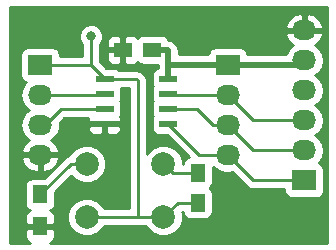
<source format=gtl>
G04 #@! TF.GenerationSoftware,KiCad,Pcbnew,(2017-01-24 revision 0b6147e)-makepkg*
G04 #@! TF.CreationDate,2017-01-29T23:02:28+05:30*
G04 #@! TF.ProjectId,attiny13a,617474696E793133612E6B696361645F,0.1*
G04 #@! TF.FileFunction,Copper,L1,Top,Signal*
G04 #@! TF.FilePolarity,Positive*
%FSLAX46Y46*%
G04 Gerber Fmt 4.6, Leading zero omitted, Abs format (unit mm)*
G04 Created by KiCad (PCBNEW (2017-01-24 revision 0b6147e)-makepkg) date 01/29/17 23:02:28*
%MOMM*%
%LPD*%
G01*
G04 APERTURE LIST*
%ADD10C,0.100000*%
%ADD11C,2.000000*%
%ADD12R,1.550000X0.600000*%
%ADD13R,1.500000X1.250000*%
%ADD14O,2.032000X1.727200*%
%ADD15R,2.032000X1.727200*%
%ADD16R,1.300000X1.500000*%
%ADD17R,1.250000X1.500000*%
%ADD18C,0.800000*%
%ADD19C,0.500000*%
%ADD20C,0.250000*%
%ADD21C,0.254000*%
G04 APERTURE END LIST*
D10*
D11*
X126873000Y-102036000D03*
X126873000Y-97536000D03*
X133373000Y-102036000D03*
X133373000Y-97536000D03*
D12*
X133798143Y-90338500D03*
X133798143Y-91608500D03*
X133798143Y-92878500D03*
X133798143Y-94148500D03*
X128398143Y-94148500D03*
X128398143Y-92878500D03*
X128398143Y-91608500D03*
X128398143Y-90338500D03*
D13*
X129941000Y-87884000D03*
X132441000Y-87884000D03*
D14*
X138811000Y-96774000D03*
X138811000Y-94234000D03*
X138811000Y-91694000D03*
D15*
X138811000Y-89154000D03*
X122936000Y-89154000D03*
D14*
X122936000Y-91694000D03*
X122936000Y-94234000D03*
X122936000Y-96774000D03*
X145288000Y-86233000D03*
X145288000Y-88773000D03*
X145288000Y-91313000D03*
X145288000Y-93853000D03*
X145288000Y-96393000D03*
D15*
X145288000Y-98933000D03*
D16*
X122936000Y-100123000D03*
X122936000Y-102823000D03*
D17*
X136271000Y-100818000D03*
X136271000Y-98318000D03*
D18*
X127254000Y-86741000D03*
D19*
X133798143Y-89213857D02*
X133798143Y-87943857D01*
X133798143Y-87943857D02*
X133738286Y-87884000D01*
X133738286Y-87884000D02*
X132441000Y-87884000D01*
X138811000Y-89154000D02*
X144907000Y-89154000D01*
D20*
X144907000Y-89154000D02*
X145288000Y-88773000D01*
X138811000Y-89154000D02*
X144272000Y-89154000D01*
D19*
X138811000Y-89154000D02*
X133858000Y-89154000D01*
X133858000Y-89154000D02*
X133798143Y-89213857D01*
X133798143Y-89213857D02*
X133798143Y-90338500D01*
D20*
X145288000Y-98933000D02*
X140970000Y-98933000D01*
X140970000Y-98933000D02*
X138811000Y-96774000D01*
X138811000Y-96774000D02*
X136423643Y-96774000D01*
X136423643Y-96774000D02*
X133798143Y-94148500D01*
X145288000Y-96393000D02*
X140970000Y-96393000D01*
X140970000Y-96393000D02*
X138811000Y-94234000D01*
X138811000Y-94234000D02*
X137541000Y-94234000D01*
X136185500Y-92878500D02*
X133798143Y-92878500D01*
X137541000Y-94234000D02*
X136185500Y-92878500D01*
X145288000Y-93853000D02*
X140970000Y-93853000D01*
X140970000Y-93853000D02*
X138811000Y-91694000D01*
X138811000Y-91694000D02*
X133883643Y-91694000D01*
X133883643Y-91694000D02*
X133798143Y-91608500D01*
X127213643Y-86781357D02*
X127213643Y-89154000D01*
X127254000Y-86741000D02*
X127213643Y-86781357D01*
X126873000Y-102036000D02*
X131199500Y-102036000D01*
X131199500Y-102036000D02*
X131318000Y-101917500D01*
X131318000Y-101917500D02*
X131318000Y-102036000D01*
X128398143Y-90338500D02*
X131086000Y-90338500D01*
X131086000Y-90338500D02*
X131191000Y-90443500D01*
X131191000Y-90443500D02*
X131191000Y-102044500D01*
X131191000Y-102044500D02*
X131199500Y-102036000D01*
X131199500Y-102036000D02*
X131318000Y-102036000D01*
X131318000Y-102036000D02*
X133373000Y-102036000D01*
X126873000Y-102036000D02*
X126873000Y-101600000D01*
X136271000Y-100818000D02*
X134591000Y-100818000D01*
X134591000Y-100818000D02*
X133373000Y-102036000D01*
X122936000Y-89154000D02*
X127213643Y-89154000D01*
X127213643Y-89154000D02*
X128398143Y-90338500D01*
X122936000Y-91694000D02*
X128312643Y-91694000D01*
X128312643Y-91694000D02*
X128398143Y-91608500D01*
X122936000Y-94234000D02*
X123317000Y-94234000D01*
X123317000Y-94234000D02*
X124672500Y-92878500D01*
X124672500Y-92878500D02*
X128398143Y-92878500D01*
X136271000Y-98318000D02*
X134155000Y-98318000D01*
X134155000Y-98318000D02*
X133373000Y-97536000D01*
X126873000Y-97536000D02*
X125523000Y-97536000D01*
X125523000Y-97536000D02*
X122936000Y-100123000D01*
D21*
G36*
X147193000Y-104192000D02*
X123750937Y-104192000D01*
X123945699Y-104111327D01*
X124124327Y-103932698D01*
X124221000Y-103699309D01*
X124221000Y-103108750D01*
X124062250Y-102950000D01*
X123063000Y-102950000D01*
X123063000Y-102970000D01*
X122809000Y-102970000D01*
X122809000Y-102950000D01*
X121809750Y-102950000D01*
X121651000Y-103108750D01*
X121651000Y-103699309D01*
X121747673Y-103932698D01*
X121926301Y-104111327D01*
X122121063Y-104192000D01*
X120344000Y-104192000D01*
X120344000Y-99373000D01*
X121638560Y-99373000D01*
X121638560Y-100873000D01*
X121687843Y-101120765D01*
X121828191Y-101330809D01*
X122038235Y-101471157D01*
X122066209Y-101476721D01*
X121926301Y-101534673D01*
X121747673Y-101713302D01*
X121651000Y-101946691D01*
X121651000Y-102537250D01*
X121809750Y-102696000D01*
X122809000Y-102696000D01*
X122809000Y-102676000D01*
X123063000Y-102676000D01*
X123063000Y-102696000D01*
X124062250Y-102696000D01*
X124221000Y-102537250D01*
X124221000Y-101946691D01*
X124124327Y-101713302D01*
X123945699Y-101534673D01*
X123805791Y-101476721D01*
X123833765Y-101471157D01*
X124043809Y-101330809D01*
X124184157Y-101120765D01*
X124233440Y-100873000D01*
X124233440Y-99900362D01*
X125579401Y-98554401D01*
X125945637Y-98921278D01*
X126546352Y-99170716D01*
X127196795Y-99171284D01*
X127797943Y-98922894D01*
X128258278Y-98463363D01*
X128507716Y-97862648D01*
X128508284Y-97212205D01*
X128259894Y-96611057D01*
X127800363Y-96150722D01*
X127199648Y-95901284D01*
X126549205Y-95900716D01*
X125948057Y-96149106D01*
X125487722Y-96608637D01*
X125408794Y-96798717D01*
X125232161Y-96833852D01*
X125232159Y-96833853D01*
X125232160Y-96833853D01*
X124985599Y-96998599D01*
X123258638Y-98725560D01*
X122286000Y-98725560D01*
X122038235Y-98774843D01*
X121828191Y-98915191D01*
X121687843Y-99125235D01*
X121638560Y-99373000D01*
X120344000Y-99373000D01*
X120344000Y-97133026D01*
X121328642Y-97133026D01*
X121331291Y-97148791D01*
X121585268Y-97676036D01*
X122021680Y-98065954D01*
X122574087Y-98259184D01*
X122809000Y-98114924D01*
X122809000Y-96901000D01*
X123063000Y-96901000D01*
X123063000Y-98114924D01*
X123297913Y-98259184D01*
X123850320Y-98065954D01*
X124286732Y-97676036D01*
X124540709Y-97148791D01*
X124543358Y-97133026D01*
X124422217Y-96901000D01*
X123063000Y-96901000D01*
X122809000Y-96901000D01*
X121449783Y-96901000D01*
X121328642Y-97133026D01*
X120344000Y-97133026D01*
X120344000Y-91694000D01*
X121252655Y-91694000D01*
X121366729Y-92267489D01*
X121691585Y-92753670D01*
X122006366Y-92964000D01*
X121691585Y-93174330D01*
X121366729Y-93660511D01*
X121252655Y-94234000D01*
X121366729Y-94807489D01*
X121691585Y-95293670D01*
X122001069Y-95500461D01*
X121585268Y-95871964D01*
X121331291Y-96399209D01*
X121328642Y-96414974D01*
X121449783Y-96647000D01*
X122809000Y-96647000D01*
X122809000Y-96627000D01*
X123063000Y-96627000D01*
X123063000Y-96647000D01*
X124422217Y-96647000D01*
X124543358Y-96414974D01*
X124540709Y-96399209D01*
X124286732Y-95871964D01*
X123870931Y-95500461D01*
X124180415Y-95293670D01*
X124505271Y-94807489D01*
X124579512Y-94434250D01*
X126988143Y-94434250D01*
X126988143Y-94574810D01*
X127084816Y-94808199D01*
X127263445Y-94986827D01*
X127496834Y-95083500D01*
X128112393Y-95083500D01*
X128271143Y-94924750D01*
X128271143Y-94275500D01*
X128525143Y-94275500D01*
X128525143Y-94924750D01*
X128683893Y-95083500D01*
X129299452Y-95083500D01*
X129532841Y-94986827D01*
X129711470Y-94808199D01*
X129808143Y-94574810D01*
X129808143Y-94434250D01*
X129649393Y-94275500D01*
X128525143Y-94275500D01*
X128271143Y-94275500D01*
X127146893Y-94275500D01*
X126988143Y-94434250D01*
X124579512Y-94434250D01*
X124619345Y-94234000D01*
X124581593Y-94044209D01*
X124987302Y-93638500D01*
X127022809Y-93638500D01*
X126988143Y-93722190D01*
X126988143Y-93862750D01*
X127146893Y-94021500D01*
X128271143Y-94021500D01*
X128271143Y-94001500D01*
X128525143Y-94001500D01*
X128525143Y-94021500D01*
X129649393Y-94021500D01*
X129808143Y-93862750D01*
X129808143Y-93722190D01*
X129718375Y-93505472D01*
X129771300Y-93426265D01*
X129820583Y-93178500D01*
X129820583Y-92578500D01*
X129771300Y-92330735D01*
X129713011Y-92243500D01*
X129771300Y-92156265D01*
X129820583Y-91908500D01*
X129820583Y-91308500D01*
X129778812Y-91098500D01*
X130431000Y-91098500D01*
X130431000Y-101276000D01*
X128328047Y-101276000D01*
X128259894Y-101111057D01*
X127800363Y-100650722D01*
X127199648Y-100401284D01*
X126549205Y-100400716D01*
X125948057Y-100649106D01*
X125487722Y-101108637D01*
X125238284Y-101709352D01*
X125237716Y-102359795D01*
X125486106Y-102960943D01*
X125945637Y-103421278D01*
X126546352Y-103670716D01*
X127196795Y-103671284D01*
X127797943Y-103422894D01*
X128258278Y-102963363D01*
X128327773Y-102796000D01*
X131148268Y-102796000D01*
X131191000Y-102804500D01*
X131233732Y-102796000D01*
X131917953Y-102796000D01*
X131986106Y-102960943D01*
X132445637Y-103421278D01*
X133046352Y-103670716D01*
X133696795Y-103671284D01*
X134297943Y-103422894D01*
X134758278Y-102963363D01*
X135007716Y-102362648D01*
X135008284Y-101712205D01*
X134952831Y-101578000D01*
X135000549Y-101578000D01*
X135047843Y-101815765D01*
X135188191Y-102025809D01*
X135398235Y-102166157D01*
X135646000Y-102215440D01*
X136896000Y-102215440D01*
X137143765Y-102166157D01*
X137353809Y-102025809D01*
X137494157Y-101815765D01*
X137543440Y-101568000D01*
X137543440Y-100068000D01*
X137494157Y-99820235D01*
X137353809Y-99610191D01*
X137290666Y-99568000D01*
X137353809Y-99525809D01*
X137494157Y-99315765D01*
X137543440Y-99068000D01*
X137543440Y-97799031D01*
X137566585Y-97833670D01*
X138052766Y-98158526D01*
X138626255Y-98272600D01*
X138995745Y-98272600D01*
X139195137Y-98232939D01*
X140432599Y-99470401D01*
X140679161Y-99635148D01*
X140970000Y-99693000D01*
X143624560Y-99693000D01*
X143624560Y-99796600D01*
X143673843Y-100044365D01*
X143814191Y-100254409D01*
X144024235Y-100394757D01*
X144272000Y-100444040D01*
X146304000Y-100444040D01*
X146551765Y-100394757D01*
X146761809Y-100254409D01*
X146902157Y-100044365D01*
X146951440Y-99796600D01*
X146951440Y-98069400D01*
X146902157Y-97821635D01*
X146761809Y-97611591D01*
X146551765Y-97471243D01*
X146515434Y-97464016D01*
X146532415Y-97452670D01*
X146857271Y-96966489D01*
X146971345Y-96393000D01*
X146857271Y-95819511D01*
X146532415Y-95333330D01*
X146217634Y-95123000D01*
X146532415Y-94912670D01*
X146857271Y-94426489D01*
X146971345Y-93853000D01*
X146857271Y-93279511D01*
X146532415Y-92793330D01*
X146217634Y-92583000D01*
X146532415Y-92372670D01*
X146857271Y-91886489D01*
X146971345Y-91313000D01*
X146857271Y-90739511D01*
X146532415Y-90253330D01*
X146217634Y-90043000D01*
X146532415Y-89832670D01*
X146857271Y-89346489D01*
X146971345Y-88773000D01*
X146857271Y-88199511D01*
X146532415Y-87713330D01*
X146222931Y-87506539D01*
X146638732Y-87135036D01*
X146892709Y-86607791D01*
X146895358Y-86592026D01*
X146774217Y-86360000D01*
X145415000Y-86360000D01*
X145415000Y-86380000D01*
X145161000Y-86380000D01*
X145161000Y-86360000D01*
X143801783Y-86360000D01*
X143680642Y-86592026D01*
X143683291Y-86607791D01*
X143937268Y-87135036D01*
X144353069Y-87506539D01*
X144043585Y-87713330D01*
X143718729Y-88199511D01*
X143704907Y-88269000D01*
X140470183Y-88269000D01*
X140425157Y-88042635D01*
X140284809Y-87832591D01*
X140074765Y-87692243D01*
X139827000Y-87642960D01*
X137795000Y-87642960D01*
X137547235Y-87692243D01*
X137337191Y-87832591D01*
X137196843Y-88042635D01*
X137151817Y-88269000D01*
X134683143Y-88269000D01*
X134683143Y-87943862D01*
X134683144Y-87943857D01*
X134615777Y-87605183D01*
X134470977Y-87388474D01*
X134423933Y-87318067D01*
X134423930Y-87318065D01*
X134364076Y-87258210D01*
X134076961Y-87066367D01*
X134020770Y-87055190D01*
X133787526Y-87008794D01*
X133648809Y-86801191D01*
X133438765Y-86660843D01*
X133191000Y-86611560D01*
X131691000Y-86611560D01*
X131443235Y-86660843D01*
X131233191Y-86801191D01*
X131192346Y-86862320D01*
X131050698Y-86720673D01*
X130817309Y-86624000D01*
X130226750Y-86624000D01*
X130068000Y-86782750D01*
X130068000Y-87757000D01*
X130088000Y-87757000D01*
X130088000Y-88011000D01*
X130068000Y-88011000D01*
X130068000Y-88985250D01*
X130226750Y-89144000D01*
X130817309Y-89144000D01*
X131050698Y-89047327D01*
X131192346Y-88905680D01*
X131233191Y-88966809D01*
X131443235Y-89107157D01*
X131691000Y-89156440D01*
X132913143Y-89156440D01*
X132913143Y-89213852D01*
X132913142Y-89213857D01*
X132913143Y-89213862D01*
X132913143Y-89412940D01*
X132775378Y-89440343D01*
X132565334Y-89580691D01*
X132424986Y-89790735D01*
X132375703Y-90038500D01*
X132375703Y-90638500D01*
X132424986Y-90886265D01*
X132483275Y-90973500D01*
X132424986Y-91060735D01*
X132375703Y-91308500D01*
X132375703Y-91908500D01*
X132424986Y-92156265D01*
X132483275Y-92243500D01*
X132424986Y-92330735D01*
X132375703Y-92578500D01*
X132375703Y-93178500D01*
X132424986Y-93426265D01*
X132483275Y-93513500D01*
X132424986Y-93600735D01*
X132375703Y-93848500D01*
X132375703Y-94448500D01*
X132424986Y-94696265D01*
X132565334Y-94906309D01*
X132775378Y-95046657D01*
X133023143Y-95095940D01*
X133670781Y-95095940D01*
X135520387Y-96945546D01*
X135398235Y-96969843D01*
X135188191Y-97110191D01*
X135047843Y-97320235D01*
X135008015Y-97520467D01*
X135008284Y-97212205D01*
X134759894Y-96611057D01*
X134300363Y-96150722D01*
X133699648Y-95901284D01*
X133049205Y-95900716D01*
X132448057Y-96149106D01*
X131987722Y-96608637D01*
X131951000Y-96697074D01*
X131951000Y-90443500D01*
X131893148Y-90152661D01*
X131893148Y-90152660D01*
X131728401Y-89906099D01*
X131623401Y-89801099D01*
X131376839Y-89636352D01*
X131086000Y-89578500D01*
X129627673Y-89578500D01*
X129420908Y-89440343D01*
X129173143Y-89391060D01*
X128525505Y-89391060D01*
X127973643Y-88839198D01*
X127973643Y-88169750D01*
X128556000Y-88169750D01*
X128556000Y-88635310D01*
X128652673Y-88868699D01*
X128831302Y-89047327D01*
X129064691Y-89144000D01*
X129655250Y-89144000D01*
X129814000Y-88985250D01*
X129814000Y-88011000D01*
X128714750Y-88011000D01*
X128556000Y-88169750D01*
X127973643Y-88169750D01*
X127973643Y-87485048D01*
X128130919Y-87328046D01*
X128212037Y-87132690D01*
X128556000Y-87132690D01*
X128556000Y-87598250D01*
X128714750Y-87757000D01*
X129814000Y-87757000D01*
X129814000Y-86782750D01*
X129655250Y-86624000D01*
X129064691Y-86624000D01*
X128831302Y-86720673D01*
X128652673Y-86899301D01*
X128556000Y-87132690D01*
X128212037Y-87132690D01*
X128288820Y-86947777D01*
X128289179Y-86536029D01*
X128131942Y-86155485D01*
X127850922Y-85873974D01*
X143680642Y-85873974D01*
X143801783Y-86106000D01*
X145161000Y-86106000D01*
X145161000Y-84892076D01*
X145415000Y-84892076D01*
X145415000Y-86106000D01*
X146774217Y-86106000D01*
X146895358Y-85873974D01*
X146892709Y-85858209D01*
X146638732Y-85330964D01*
X146202320Y-84941046D01*
X145649913Y-84747816D01*
X145415000Y-84892076D01*
X145161000Y-84892076D01*
X144926087Y-84747816D01*
X144373680Y-84941046D01*
X143937268Y-85330964D01*
X143683291Y-85858209D01*
X143680642Y-85873974D01*
X127850922Y-85873974D01*
X127841046Y-85864081D01*
X127460777Y-85706180D01*
X127049029Y-85705821D01*
X126668485Y-85863058D01*
X126377081Y-86153954D01*
X126219180Y-86534223D01*
X126218821Y-86945971D01*
X126376058Y-87326515D01*
X126453643Y-87404235D01*
X126453643Y-88394000D01*
X124599440Y-88394000D01*
X124599440Y-88290400D01*
X124550157Y-88042635D01*
X124409809Y-87832591D01*
X124199765Y-87692243D01*
X123952000Y-87642960D01*
X121920000Y-87642960D01*
X121672235Y-87692243D01*
X121462191Y-87832591D01*
X121321843Y-88042635D01*
X121272560Y-88290400D01*
X121272560Y-90017600D01*
X121321843Y-90265365D01*
X121462191Y-90475409D01*
X121672235Y-90615757D01*
X121708566Y-90622984D01*
X121691585Y-90634330D01*
X121366729Y-91120511D01*
X121252655Y-91694000D01*
X120344000Y-91694000D01*
X120344000Y-84276000D01*
X147193000Y-84276000D01*
X147193000Y-104192000D01*
X147193000Y-104192000D01*
G37*
X147193000Y-104192000D02*
X123750937Y-104192000D01*
X123945699Y-104111327D01*
X124124327Y-103932698D01*
X124221000Y-103699309D01*
X124221000Y-103108750D01*
X124062250Y-102950000D01*
X123063000Y-102950000D01*
X123063000Y-102970000D01*
X122809000Y-102970000D01*
X122809000Y-102950000D01*
X121809750Y-102950000D01*
X121651000Y-103108750D01*
X121651000Y-103699309D01*
X121747673Y-103932698D01*
X121926301Y-104111327D01*
X122121063Y-104192000D01*
X120344000Y-104192000D01*
X120344000Y-99373000D01*
X121638560Y-99373000D01*
X121638560Y-100873000D01*
X121687843Y-101120765D01*
X121828191Y-101330809D01*
X122038235Y-101471157D01*
X122066209Y-101476721D01*
X121926301Y-101534673D01*
X121747673Y-101713302D01*
X121651000Y-101946691D01*
X121651000Y-102537250D01*
X121809750Y-102696000D01*
X122809000Y-102696000D01*
X122809000Y-102676000D01*
X123063000Y-102676000D01*
X123063000Y-102696000D01*
X124062250Y-102696000D01*
X124221000Y-102537250D01*
X124221000Y-101946691D01*
X124124327Y-101713302D01*
X123945699Y-101534673D01*
X123805791Y-101476721D01*
X123833765Y-101471157D01*
X124043809Y-101330809D01*
X124184157Y-101120765D01*
X124233440Y-100873000D01*
X124233440Y-99900362D01*
X125579401Y-98554401D01*
X125945637Y-98921278D01*
X126546352Y-99170716D01*
X127196795Y-99171284D01*
X127797943Y-98922894D01*
X128258278Y-98463363D01*
X128507716Y-97862648D01*
X128508284Y-97212205D01*
X128259894Y-96611057D01*
X127800363Y-96150722D01*
X127199648Y-95901284D01*
X126549205Y-95900716D01*
X125948057Y-96149106D01*
X125487722Y-96608637D01*
X125408794Y-96798717D01*
X125232161Y-96833852D01*
X125232159Y-96833853D01*
X125232160Y-96833853D01*
X124985599Y-96998599D01*
X123258638Y-98725560D01*
X122286000Y-98725560D01*
X122038235Y-98774843D01*
X121828191Y-98915191D01*
X121687843Y-99125235D01*
X121638560Y-99373000D01*
X120344000Y-99373000D01*
X120344000Y-97133026D01*
X121328642Y-97133026D01*
X121331291Y-97148791D01*
X121585268Y-97676036D01*
X122021680Y-98065954D01*
X122574087Y-98259184D01*
X122809000Y-98114924D01*
X122809000Y-96901000D01*
X123063000Y-96901000D01*
X123063000Y-98114924D01*
X123297913Y-98259184D01*
X123850320Y-98065954D01*
X124286732Y-97676036D01*
X124540709Y-97148791D01*
X124543358Y-97133026D01*
X124422217Y-96901000D01*
X123063000Y-96901000D01*
X122809000Y-96901000D01*
X121449783Y-96901000D01*
X121328642Y-97133026D01*
X120344000Y-97133026D01*
X120344000Y-91694000D01*
X121252655Y-91694000D01*
X121366729Y-92267489D01*
X121691585Y-92753670D01*
X122006366Y-92964000D01*
X121691585Y-93174330D01*
X121366729Y-93660511D01*
X121252655Y-94234000D01*
X121366729Y-94807489D01*
X121691585Y-95293670D01*
X122001069Y-95500461D01*
X121585268Y-95871964D01*
X121331291Y-96399209D01*
X121328642Y-96414974D01*
X121449783Y-96647000D01*
X122809000Y-96647000D01*
X122809000Y-96627000D01*
X123063000Y-96627000D01*
X123063000Y-96647000D01*
X124422217Y-96647000D01*
X124543358Y-96414974D01*
X124540709Y-96399209D01*
X124286732Y-95871964D01*
X123870931Y-95500461D01*
X124180415Y-95293670D01*
X124505271Y-94807489D01*
X124579512Y-94434250D01*
X126988143Y-94434250D01*
X126988143Y-94574810D01*
X127084816Y-94808199D01*
X127263445Y-94986827D01*
X127496834Y-95083500D01*
X128112393Y-95083500D01*
X128271143Y-94924750D01*
X128271143Y-94275500D01*
X128525143Y-94275500D01*
X128525143Y-94924750D01*
X128683893Y-95083500D01*
X129299452Y-95083500D01*
X129532841Y-94986827D01*
X129711470Y-94808199D01*
X129808143Y-94574810D01*
X129808143Y-94434250D01*
X129649393Y-94275500D01*
X128525143Y-94275500D01*
X128271143Y-94275500D01*
X127146893Y-94275500D01*
X126988143Y-94434250D01*
X124579512Y-94434250D01*
X124619345Y-94234000D01*
X124581593Y-94044209D01*
X124987302Y-93638500D01*
X127022809Y-93638500D01*
X126988143Y-93722190D01*
X126988143Y-93862750D01*
X127146893Y-94021500D01*
X128271143Y-94021500D01*
X128271143Y-94001500D01*
X128525143Y-94001500D01*
X128525143Y-94021500D01*
X129649393Y-94021500D01*
X129808143Y-93862750D01*
X129808143Y-93722190D01*
X129718375Y-93505472D01*
X129771300Y-93426265D01*
X129820583Y-93178500D01*
X129820583Y-92578500D01*
X129771300Y-92330735D01*
X129713011Y-92243500D01*
X129771300Y-92156265D01*
X129820583Y-91908500D01*
X129820583Y-91308500D01*
X129778812Y-91098500D01*
X130431000Y-91098500D01*
X130431000Y-101276000D01*
X128328047Y-101276000D01*
X128259894Y-101111057D01*
X127800363Y-100650722D01*
X127199648Y-100401284D01*
X126549205Y-100400716D01*
X125948057Y-100649106D01*
X125487722Y-101108637D01*
X125238284Y-101709352D01*
X125237716Y-102359795D01*
X125486106Y-102960943D01*
X125945637Y-103421278D01*
X126546352Y-103670716D01*
X127196795Y-103671284D01*
X127797943Y-103422894D01*
X128258278Y-102963363D01*
X128327773Y-102796000D01*
X131148268Y-102796000D01*
X131191000Y-102804500D01*
X131233732Y-102796000D01*
X131917953Y-102796000D01*
X131986106Y-102960943D01*
X132445637Y-103421278D01*
X133046352Y-103670716D01*
X133696795Y-103671284D01*
X134297943Y-103422894D01*
X134758278Y-102963363D01*
X135007716Y-102362648D01*
X135008284Y-101712205D01*
X134952831Y-101578000D01*
X135000549Y-101578000D01*
X135047843Y-101815765D01*
X135188191Y-102025809D01*
X135398235Y-102166157D01*
X135646000Y-102215440D01*
X136896000Y-102215440D01*
X137143765Y-102166157D01*
X137353809Y-102025809D01*
X137494157Y-101815765D01*
X137543440Y-101568000D01*
X137543440Y-100068000D01*
X137494157Y-99820235D01*
X137353809Y-99610191D01*
X137290666Y-99568000D01*
X137353809Y-99525809D01*
X137494157Y-99315765D01*
X137543440Y-99068000D01*
X137543440Y-97799031D01*
X137566585Y-97833670D01*
X138052766Y-98158526D01*
X138626255Y-98272600D01*
X138995745Y-98272600D01*
X139195137Y-98232939D01*
X140432599Y-99470401D01*
X140679161Y-99635148D01*
X140970000Y-99693000D01*
X143624560Y-99693000D01*
X143624560Y-99796600D01*
X143673843Y-100044365D01*
X143814191Y-100254409D01*
X144024235Y-100394757D01*
X144272000Y-100444040D01*
X146304000Y-100444040D01*
X146551765Y-100394757D01*
X146761809Y-100254409D01*
X146902157Y-100044365D01*
X146951440Y-99796600D01*
X146951440Y-98069400D01*
X146902157Y-97821635D01*
X146761809Y-97611591D01*
X146551765Y-97471243D01*
X146515434Y-97464016D01*
X146532415Y-97452670D01*
X146857271Y-96966489D01*
X146971345Y-96393000D01*
X146857271Y-95819511D01*
X146532415Y-95333330D01*
X146217634Y-95123000D01*
X146532415Y-94912670D01*
X146857271Y-94426489D01*
X146971345Y-93853000D01*
X146857271Y-93279511D01*
X146532415Y-92793330D01*
X146217634Y-92583000D01*
X146532415Y-92372670D01*
X146857271Y-91886489D01*
X146971345Y-91313000D01*
X146857271Y-90739511D01*
X146532415Y-90253330D01*
X146217634Y-90043000D01*
X146532415Y-89832670D01*
X146857271Y-89346489D01*
X146971345Y-88773000D01*
X146857271Y-88199511D01*
X146532415Y-87713330D01*
X146222931Y-87506539D01*
X146638732Y-87135036D01*
X146892709Y-86607791D01*
X146895358Y-86592026D01*
X146774217Y-86360000D01*
X145415000Y-86360000D01*
X145415000Y-86380000D01*
X145161000Y-86380000D01*
X145161000Y-86360000D01*
X143801783Y-86360000D01*
X143680642Y-86592026D01*
X143683291Y-86607791D01*
X143937268Y-87135036D01*
X144353069Y-87506539D01*
X144043585Y-87713330D01*
X143718729Y-88199511D01*
X143704907Y-88269000D01*
X140470183Y-88269000D01*
X140425157Y-88042635D01*
X140284809Y-87832591D01*
X140074765Y-87692243D01*
X139827000Y-87642960D01*
X137795000Y-87642960D01*
X137547235Y-87692243D01*
X137337191Y-87832591D01*
X137196843Y-88042635D01*
X137151817Y-88269000D01*
X134683143Y-88269000D01*
X134683143Y-87943862D01*
X134683144Y-87943857D01*
X134615777Y-87605183D01*
X134470977Y-87388474D01*
X134423933Y-87318067D01*
X134423930Y-87318065D01*
X134364076Y-87258210D01*
X134076961Y-87066367D01*
X134020770Y-87055190D01*
X133787526Y-87008794D01*
X133648809Y-86801191D01*
X133438765Y-86660843D01*
X133191000Y-86611560D01*
X131691000Y-86611560D01*
X131443235Y-86660843D01*
X131233191Y-86801191D01*
X131192346Y-86862320D01*
X131050698Y-86720673D01*
X130817309Y-86624000D01*
X130226750Y-86624000D01*
X130068000Y-86782750D01*
X130068000Y-87757000D01*
X130088000Y-87757000D01*
X130088000Y-88011000D01*
X130068000Y-88011000D01*
X130068000Y-88985250D01*
X130226750Y-89144000D01*
X130817309Y-89144000D01*
X131050698Y-89047327D01*
X131192346Y-88905680D01*
X131233191Y-88966809D01*
X131443235Y-89107157D01*
X131691000Y-89156440D01*
X132913143Y-89156440D01*
X132913143Y-89213852D01*
X132913142Y-89213857D01*
X132913143Y-89213862D01*
X132913143Y-89412940D01*
X132775378Y-89440343D01*
X132565334Y-89580691D01*
X132424986Y-89790735D01*
X132375703Y-90038500D01*
X132375703Y-90638500D01*
X132424986Y-90886265D01*
X132483275Y-90973500D01*
X132424986Y-91060735D01*
X132375703Y-91308500D01*
X132375703Y-91908500D01*
X132424986Y-92156265D01*
X132483275Y-92243500D01*
X132424986Y-92330735D01*
X132375703Y-92578500D01*
X132375703Y-93178500D01*
X132424986Y-93426265D01*
X132483275Y-93513500D01*
X132424986Y-93600735D01*
X132375703Y-93848500D01*
X132375703Y-94448500D01*
X132424986Y-94696265D01*
X132565334Y-94906309D01*
X132775378Y-95046657D01*
X133023143Y-95095940D01*
X133670781Y-95095940D01*
X135520387Y-96945546D01*
X135398235Y-96969843D01*
X135188191Y-97110191D01*
X135047843Y-97320235D01*
X135008015Y-97520467D01*
X135008284Y-97212205D01*
X134759894Y-96611057D01*
X134300363Y-96150722D01*
X133699648Y-95901284D01*
X133049205Y-95900716D01*
X132448057Y-96149106D01*
X131987722Y-96608637D01*
X131951000Y-96697074D01*
X131951000Y-90443500D01*
X131893148Y-90152661D01*
X131893148Y-90152660D01*
X131728401Y-89906099D01*
X131623401Y-89801099D01*
X131376839Y-89636352D01*
X131086000Y-89578500D01*
X129627673Y-89578500D01*
X129420908Y-89440343D01*
X129173143Y-89391060D01*
X128525505Y-89391060D01*
X127973643Y-88839198D01*
X127973643Y-88169750D01*
X128556000Y-88169750D01*
X128556000Y-88635310D01*
X128652673Y-88868699D01*
X128831302Y-89047327D01*
X129064691Y-89144000D01*
X129655250Y-89144000D01*
X129814000Y-88985250D01*
X129814000Y-88011000D01*
X128714750Y-88011000D01*
X128556000Y-88169750D01*
X127973643Y-88169750D01*
X127973643Y-87485048D01*
X128130919Y-87328046D01*
X128212037Y-87132690D01*
X128556000Y-87132690D01*
X128556000Y-87598250D01*
X128714750Y-87757000D01*
X129814000Y-87757000D01*
X129814000Y-86782750D01*
X129655250Y-86624000D01*
X129064691Y-86624000D01*
X128831302Y-86720673D01*
X128652673Y-86899301D01*
X128556000Y-87132690D01*
X128212037Y-87132690D01*
X128288820Y-86947777D01*
X128289179Y-86536029D01*
X128131942Y-86155485D01*
X127850922Y-85873974D01*
X143680642Y-85873974D01*
X143801783Y-86106000D01*
X145161000Y-86106000D01*
X145161000Y-84892076D01*
X145415000Y-84892076D01*
X145415000Y-86106000D01*
X146774217Y-86106000D01*
X146895358Y-85873974D01*
X146892709Y-85858209D01*
X146638732Y-85330964D01*
X146202320Y-84941046D01*
X145649913Y-84747816D01*
X145415000Y-84892076D01*
X145161000Y-84892076D01*
X144926087Y-84747816D01*
X144373680Y-84941046D01*
X143937268Y-85330964D01*
X143683291Y-85858209D01*
X143680642Y-85873974D01*
X127850922Y-85873974D01*
X127841046Y-85864081D01*
X127460777Y-85706180D01*
X127049029Y-85705821D01*
X126668485Y-85863058D01*
X126377081Y-86153954D01*
X126219180Y-86534223D01*
X126218821Y-86945971D01*
X126376058Y-87326515D01*
X126453643Y-87404235D01*
X126453643Y-88394000D01*
X124599440Y-88394000D01*
X124599440Y-88290400D01*
X124550157Y-88042635D01*
X124409809Y-87832591D01*
X124199765Y-87692243D01*
X123952000Y-87642960D01*
X121920000Y-87642960D01*
X121672235Y-87692243D01*
X121462191Y-87832591D01*
X121321843Y-88042635D01*
X121272560Y-88290400D01*
X121272560Y-90017600D01*
X121321843Y-90265365D01*
X121462191Y-90475409D01*
X121672235Y-90615757D01*
X121708566Y-90622984D01*
X121691585Y-90634330D01*
X121366729Y-91120511D01*
X121252655Y-91694000D01*
X120344000Y-91694000D01*
X120344000Y-84276000D01*
X147193000Y-84276000D01*
X147193000Y-104192000D01*
M02*

</source>
